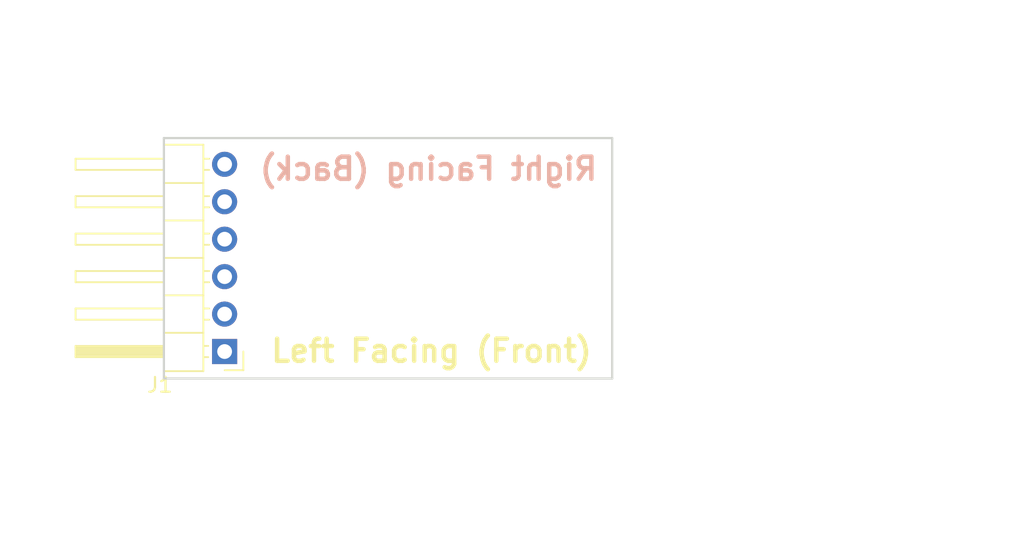
<source format=kicad_pcb>
(kicad_pcb (version 20171130) (host pcbnew "(5.0.1-3-g963ef8bb5)")

  (general
    (thickness 1.6)
    (drawings 8)
    (tracks 0)
    (zones 0)
    (modules 1)
    (nets 1)
  )

  (page A4)
  (layers
    (0 F.Cu signal)
    (31 B.Cu signal)
    (32 B.Adhes user)
    (33 F.Adhes user)
    (34 B.Paste user)
    (35 F.Paste user)
    (36 B.SilkS user)
    (37 F.SilkS user)
    (38 B.Mask user)
    (39 F.Mask user)
    (40 Dwgs.User user)
    (41 Cmts.User user)
    (42 Eco1.User user)
    (43 Eco2.User user)
    (44 Edge.Cuts user)
    (45 Margin user)
    (46 B.CrtYd user)
    (47 F.CrtYd user)
    (48 B.Fab user)
    (49 F.Fab user)
  )

  (setup
    (last_trace_width 0.25)
    (trace_clearance 0.2)
    (zone_clearance 0.508)
    (zone_45_only no)
    (trace_min 0.2)
    (segment_width 0.2)
    (edge_width 0.15)
    (via_size 0.8)
    (via_drill 0.4)
    (via_min_size 0.4)
    (via_min_drill 0.3)
    (uvia_size 0.3)
    (uvia_drill 0.1)
    (uvias_allowed no)
    (uvia_min_size 0.2)
    (uvia_min_drill 0.1)
    (pcb_text_width 0.3)
    (pcb_text_size 1.5 1.5)
    (mod_edge_width 0.15)
    (mod_text_size 1 1)
    (mod_text_width 0.15)
    (pad_size 1.524 1.524)
    (pad_drill 0.762)
    (pad_to_mask_clearance 0.051)
    (solder_mask_min_width 0.25)
    (aux_axis_origin 0 0)
    (visible_elements FFFFFF7F)
    (pcbplotparams
      (layerselection 0x010fc_ffffffff)
      (usegerberextensions false)
      (usegerberattributes false)
      (usegerberadvancedattributes false)
      (creategerberjobfile false)
      (excludeedgelayer true)
      (linewidth 0.100000)
      (plotframeref false)
      (viasonmask false)
      (mode 1)
      (useauxorigin false)
      (hpglpennumber 1)
      (hpglpenspeed 20)
      (hpglpendiameter 15.000000)
      (psnegative false)
      (psa4output false)
      (plotreference true)
      (plotvalue true)
      (plotinvisibletext false)
      (padsonsilk false)
      (subtractmaskfromsilk false)
      (outputformat 1)
      (mirror false)
      (drillshape 1)
      (scaleselection 1)
      (outputdirectory ""))
  )

  (net 0 "")

  (net_class Default "This is the default net class."
    (clearance 0.2)
    (trace_width 0.25)
    (via_dia 0.8)
    (via_drill 0.4)
    (uvia_dia 0.3)
    (uvia_drill 0.1)
  )

  (module Connector_PinHeader_2.54mm:PinHeader_1x06_P2.54mm_Horizontal (layer F.Cu) (tedit 59FED5CB) (tstamp 5D3D75E3)
    (at 125.6792 72.9996 180)
    (descr "Through hole angled pin header, 1x06, 2.54mm pitch, 6mm pin length, single row")
    (tags "Through hole angled pin header THT 1x06 2.54mm single row")
    (path /5D04D3EA)
    (fp_text reference J1 (at 4.385 -2.27 180) (layer F.SilkS)
      (effects (font (size 1 1) (thickness 0.15)))
    )
    (fp_text value "SensorStation Accessory Plug" (at -0.4064 16.6624 180) (layer F.Fab)
      (effects (font (size 1 1) (thickness 0.15)))
    )
    (fp_line (start 2.135 -1.27) (end 4.04 -1.27) (layer F.Fab) (width 0.1))
    (fp_line (start 4.04 -1.27) (end 4.04 13.97) (layer F.Fab) (width 0.1))
    (fp_line (start 4.04 13.97) (end 1.5 13.97) (layer F.Fab) (width 0.1))
    (fp_line (start 1.5 13.97) (end 1.5 -0.635) (layer F.Fab) (width 0.1))
    (fp_line (start 1.5 -0.635) (end 2.135 -1.27) (layer F.Fab) (width 0.1))
    (fp_line (start -0.32 -0.32) (end 1.5 -0.32) (layer F.Fab) (width 0.1))
    (fp_line (start -0.32 -0.32) (end -0.32 0.32) (layer F.Fab) (width 0.1))
    (fp_line (start -0.32 0.32) (end 1.5 0.32) (layer F.Fab) (width 0.1))
    (fp_line (start 4.04 -0.32) (end 10.04 -0.32) (layer F.Fab) (width 0.1))
    (fp_line (start 10.04 -0.32) (end 10.04 0.32) (layer F.Fab) (width 0.1))
    (fp_line (start 4.04 0.32) (end 10.04 0.32) (layer F.Fab) (width 0.1))
    (fp_line (start -0.32 2.22) (end 1.5 2.22) (layer F.Fab) (width 0.1))
    (fp_line (start -0.32 2.22) (end -0.32 2.86) (layer F.Fab) (width 0.1))
    (fp_line (start -0.32 2.86) (end 1.5 2.86) (layer F.Fab) (width 0.1))
    (fp_line (start 4.04 2.22) (end 10.04 2.22) (layer F.Fab) (width 0.1))
    (fp_line (start 10.04 2.22) (end 10.04 2.86) (layer F.Fab) (width 0.1))
    (fp_line (start 4.04 2.86) (end 10.04 2.86) (layer F.Fab) (width 0.1))
    (fp_line (start -0.32 4.76) (end 1.5 4.76) (layer F.Fab) (width 0.1))
    (fp_line (start -0.32 4.76) (end -0.32 5.4) (layer F.Fab) (width 0.1))
    (fp_line (start -0.32 5.4) (end 1.5 5.4) (layer F.Fab) (width 0.1))
    (fp_line (start 4.04 4.76) (end 10.04 4.76) (layer F.Fab) (width 0.1))
    (fp_line (start 10.04 4.76) (end 10.04 5.4) (layer F.Fab) (width 0.1))
    (fp_line (start 4.04 5.4) (end 10.04 5.4) (layer F.Fab) (width 0.1))
    (fp_line (start -0.32 7.3) (end 1.5 7.3) (layer F.Fab) (width 0.1))
    (fp_line (start -0.32 7.3) (end -0.32 7.94) (layer F.Fab) (width 0.1))
    (fp_line (start -0.32 7.94) (end 1.5 7.94) (layer F.Fab) (width 0.1))
    (fp_line (start 4.04 7.3) (end 10.04 7.3) (layer F.Fab) (width 0.1))
    (fp_line (start 10.04 7.3) (end 10.04 7.94) (layer F.Fab) (width 0.1))
    (fp_line (start 4.04 7.94) (end 10.04 7.94) (layer F.Fab) (width 0.1))
    (fp_line (start -0.32 9.84) (end 1.5 9.84) (layer F.Fab) (width 0.1))
    (fp_line (start -0.32 9.84) (end -0.32 10.48) (layer F.Fab) (width 0.1))
    (fp_line (start -0.32 10.48) (end 1.5 10.48) (layer F.Fab) (width 0.1))
    (fp_line (start 4.04 9.84) (end 10.04 9.84) (layer F.Fab) (width 0.1))
    (fp_line (start 10.04 9.84) (end 10.04 10.48) (layer F.Fab) (width 0.1))
    (fp_line (start 4.04 10.48) (end 10.04 10.48) (layer F.Fab) (width 0.1))
    (fp_line (start -0.32 12.38) (end 1.5 12.38) (layer F.Fab) (width 0.1))
    (fp_line (start -0.32 12.38) (end -0.32 13.02) (layer F.Fab) (width 0.1))
    (fp_line (start -0.32 13.02) (end 1.5 13.02) (layer F.Fab) (width 0.1))
    (fp_line (start 4.04 12.38) (end 10.04 12.38) (layer F.Fab) (width 0.1))
    (fp_line (start 10.04 12.38) (end 10.04 13.02) (layer F.Fab) (width 0.1))
    (fp_line (start 4.04 13.02) (end 10.04 13.02) (layer F.Fab) (width 0.1))
    (fp_line (start 1.44 -1.33) (end 1.44 14.03) (layer F.SilkS) (width 0.12))
    (fp_line (start 1.44 14.03) (end 4.1 14.03) (layer F.SilkS) (width 0.12))
    (fp_line (start 4.1 14.03) (end 4.1 -1.33) (layer F.SilkS) (width 0.12))
    (fp_line (start 4.1 -1.33) (end 1.44 -1.33) (layer F.SilkS) (width 0.12))
    (fp_line (start 4.1 -0.38) (end 10.1 -0.38) (layer F.SilkS) (width 0.12))
    (fp_line (start 10.1 -0.38) (end 10.1 0.38) (layer F.SilkS) (width 0.12))
    (fp_line (start 10.1 0.38) (end 4.1 0.38) (layer F.SilkS) (width 0.12))
    (fp_line (start 4.1 -0.32) (end 10.1 -0.32) (layer F.SilkS) (width 0.12))
    (fp_line (start 4.1 -0.2) (end 10.1 -0.2) (layer F.SilkS) (width 0.12))
    (fp_line (start 4.1 -0.08) (end 10.1 -0.08) (layer F.SilkS) (width 0.12))
    (fp_line (start 4.1 0.04) (end 10.1 0.04) (layer F.SilkS) (width 0.12))
    (fp_line (start 4.1 0.16) (end 10.1 0.16) (layer F.SilkS) (width 0.12))
    (fp_line (start 4.1 0.28) (end 10.1 0.28) (layer F.SilkS) (width 0.12))
    (fp_line (start 1.11 -0.38) (end 1.44 -0.38) (layer F.SilkS) (width 0.12))
    (fp_line (start 1.11 0.38) (end 1.44 0.38) (layer F.SilkS) (width 0.12))
    (fp_line (start 1.44 1.27) (end 4.1 1.27) (layer F.SilkS) (width 0.12))
    (fp_line (start 4.1 2.16) (end 10.1 2.16) (layer F.SilkS) (width 0.12))
    (fp_line (start 10.1 2.16) (end 10.1 2.92) (layer F.SilkS) (width 0.12))
    (fp_line (start 10.1 2.92) (end 4.1 2.92) (layer F.SilkS) (width 0.12))
    (fp_line (start 1.042929 2.16) (end 1.44 2.16) (layer F.SilkS) (width 0.12))
    (fp_line (start 1.042929 2.92) (end 1.44 2.92) (layer F.SilkS) (width 0.12))
    (fp_line (start 1.44 3.81) (end 4.1 3.81) (layer F.SilkS) (width 0.12))
    (fp_line (start 4.1 4.7) (end 10.1 4.7) (layer F.SilkS) (width 0.12))
    (fp_line (start 10.1 4.7) (end 10.1 5.46) (layer F.SilkS) (width 0.12))
    (fp_line (start 10.1 5.46) (end 4.1 5.46) (layer F.SilkS) (width 0.12))
    (fp_line (start 1.042929 4.7) (end 1.44 4.7) (layer F.SilkS) (width 0.12))
    (fp_line (start 1.042929 5.46) (end 1.44 5.46) (layer F.SilkS) (width 0.12))
    (fp_line (start 1.44 6.35) (end 4.1 6.35) (layer F.SilkS) (width 0.12))
    (fp_line (start 4.1 7.24) (end 10.1 7.24) (layer F.SilkS) (width 0.12))
    (fp_line (start 10.1 7.24) (end 10.1 8) (layer F.SilkS) (width 0.12))
    (fp_line (start 10.1 8) (end 4.1 8) (layer F.SilkS) (width 0.12))
    (fp_line (start 1.042929 7.24) (end 1.44 7.24) (layer F.SilkS) (width 0.12))
    (fp_line (start 1.042929 8) (end 1.44 8) (layer F.SilkS) (width 0.12))
    (fp_line (start 1.44 8.89) (end 4.1 8.89) (layer F.SilkS) (width 0.12))
    (fp_line (start 4.1 9.78) (end 10.1 9.78) (layer F.SilkS) (width 0.12))
    (fp_line (start 10.1 9.78) (end 10.1 10.54) (layer F.SilkS) (width 0.12))
    (fp_line (start 10.1 10.54) (end 4.1 10.54) (layer F.SilkS) (width 0.12))
    (fp_line (start 1.042929 9.78) (end 1.44 9.78) (layer F.SilkS) (width 0.12))
    (fp_line (start 1.042929 10.54) (end 1.44 10.54) (layer F.SilkS) (width 0.12))
    (fp_line (start 1.44 11.43) (end 4.1 11.43) (layer F.SilkS) (width 0.12))
    (fp_line (start 4.1 12.32) (end 10.1 12.32) (layer F.SilkS) (width 0.12))
    (fp_line (start 10.1 12.32) (end 10.1 13.08) (layer F.SilkS) (width 0.12))
    (fp_line (start 10.1 13.08) (end 4.1 13.08) (layer F.SilkS) (width 0.12))
    (fp_line (start 1.042929 12.32) (end 1.44 12.32) (layer F.SilkS) (width 0.12))
    (fp_line (start 1.042929 13.08) (end 1.44 13.08) (layer F.SilkS) (width 0.12))
    (fp_line (start -1.27 0) (end -1.27 -1.27) (layer F.SilkS) (width 0.12))
    (fp_line (start -1.27 -1.27) (end 0 -1.27) (layer F.SilkS) (width 0.12))
    (fp_line (start -1.8 -1.8) (end -1.8 14.5) (layer F.CrtYd) (width 0.05))
    (fp_line (start -1.8 14.5) (end 10.55 14.5) (layer F.CrtYd) (width 0.05))
    (fp_line (start 10.55 14.5) (end 10.55 -1.8) (layer F.CrtYd) (width 0.05))
    (fp_line (start 10.55 -1.8) (end -1.8 -1.8) (layer F.CrtYd) (width 0.05))
    (fp_text user %R (at 2.77 6.35 270) (layer F.Fab)
      (effects (font (size 1 1) (thickness 0.15)))
    )
    (pad 1 thru_hole rect (at 0 0 180) (size 1.7 1.7) (drill 1) (layers *.Cu *.Mask))
    (pad 2 thru_hole oval (at 0 2.54 180) (size 1.7 1.7) (drill 1) (layers *.Cu *.Mask))
    (pad 3 thru_hole oval (at 0 5.08 180) (size 1.7 1.7) (drill 1) (layers *.Cu *.Mask))
    (pad 4 thru_hole oval (at 0 7.62 180) (size 1.7 1.7) (drill 1) (layers *.Cu *.Mask))
    (pad 5 thru_hole oval (at 0 10.16 180) (size 1.7 1.7) (drill 1) (layers *.Cu *.Mask))
    (pad 6 thru_hole oval (at 0 12.7 180) (size 1.7 1.7) (drill 1) (layers *.Cu *.Mask))
    (model ${KISYS3DMOD}/Connector_PinHeader_2.54mm.3dshapes/PinHeader_1x06_P2.54mm_Horizontal.wrl
      (at (xyz 0 0 0))
      (scale (xyz 1 1 1))
      (rotate (xyz 0 0 0))
    )
  )

  (gr_text "Right Facing (Back)" (at 139.4968 60.6044) (layer B.SilkS)
    (effects (font (size 1.5 1.5) (thickness 0.3)) (justify mirror))
  )
  (gr_text "Left Facing (Front)" (at 139.7 72.9488) (layer F.SilkS)
    (effects (font (size 1.5 1.5) (thickness 0.3)))
  )
  (gr_text "Length can be any amount. Width is restricted\ndue to screw holes and other components.\nWidth can be extended 5mm on each side without\nissues." (at 121.412 81.7372) (layer Eco1.User)
    (effects (font (size 1.5 1.5) (thickness 0.3)) (justify left))
  )
  (gr_text "Female 0.1\"/2.54 mm header" (at 111.8616 66.5988 90) (layer Eco1.User)
    (effects (font (size 1.5 1.5) (thickness 0.3)))
  )
  (gr_line (start 121.5644 58.5216) (end 121.5644 74.8284) (layer Edge.Cuts) (width 0.15))
  (gr_line (start 151.9428 58.5216) (end 151.9428 74.8284) (layer Edge.Cuts) (width 0.15))
  (gr_line (start 121.5644 74.8284) (end 151.9428 74.8284) (layer Edge.Cuts) (width 0.15) (tstamp 5D3D7855))
  (gr_line (start 121.5644 58.5216) (end 151.9428 58.5216) (layer Edge.Cuts) (width 0.15))

)

</source>
